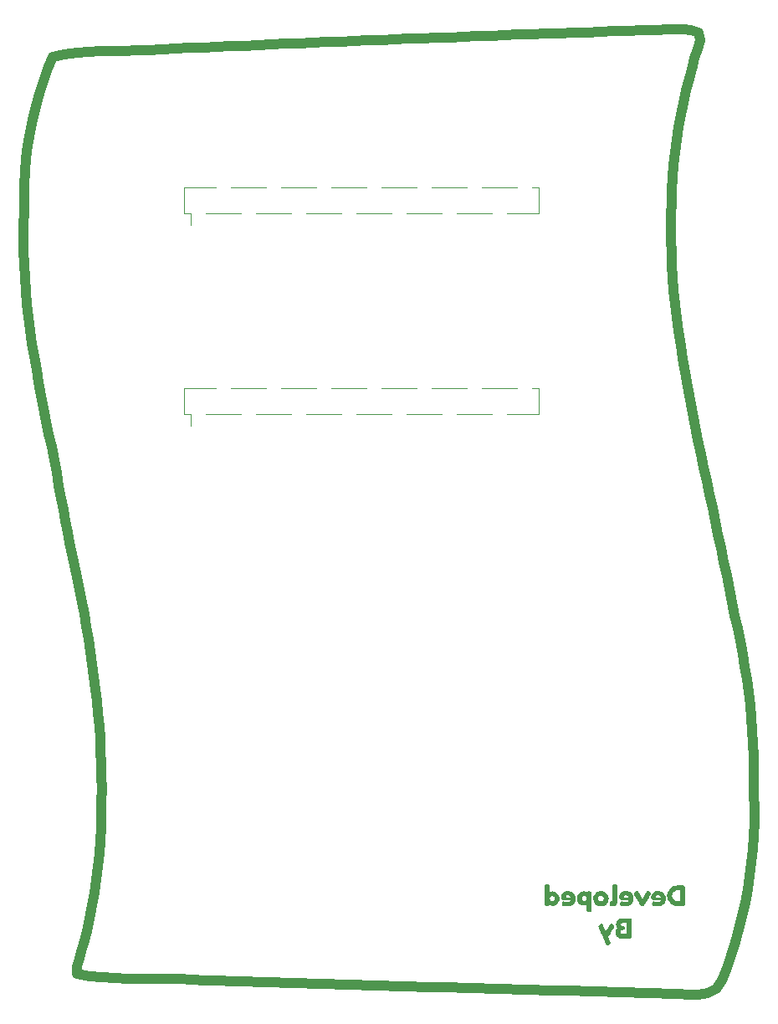
<source format=gbo>
G04 #@! TF.GenerationSoftware,KiCad,Pcbnew,6.0.0-rc1-unknown-73a0cbf~66~ubuntu16.04.1*
G04 #@! TF.CreationDate,2019-02-06T09:24:36-07:00
G04 #@! TF.ProjectId,001,3030312e-6b69-4636-9164-5f7063625858,rev?*
G04 #@! TF.SameCoordinates,Original*
G04 #@! TF.FileFunction,Legend,Bot*
G04 #@! TF.FilePolarity,Positive*
%FSLAX46Y46*%
G04 Gerber Fmt 4.6, Leading zero omitted, Abs format (unit mm)*
G04 Created by KiCad (PCBNEW 6.0.0-rc1-unknown-73a0cbf~66~ubuntu16.04.1) date 2019-02-06 09:24:36*
%MOMM*%
%LPD*%
G04 APERTURE LIST*
%ADD10C,0.100000*%
%ADD11C,1.031250*%
%ADD12C,0.120000*%
G04 APERTURE END LIST*
D10*
G36*
X161682967Y-140130165D02*
G01*
X161558084Y-140211304D01*
X161516456Y-140307965D01*
X161522100Y-140357354D01*
X161539034Y-140403920D01*
X161555967Y-140438492D01*
X161561611Y-140451898D01*
X161607825Y-140555262D01*
X161654039Y-140658626D01*
X161700253Y-140761990D01*
X161746467Y-140865354D01*
X161792681Y-140968717D01*
X161838895Y-141072081D01*
X161885109Y-141175445D01*
X161931322Y-141278809D01*
X161977536Y-141382173D01*
X162023750Y-141485537D01*
X162069964Y-141588901D01*
X162116178Y-141692265D01*
X162162392Y-141795629D01*
X162208606Y-141898992D01*
X162254820Y-142002356D01*
X162301034Y-142105720D01*
X162322200Y-142152992D01*
X162340545Y-142187565D01*
X162359595Y-142215081D01*
X162388522Y-142241187D01*
X162426622Y-142260237D01*
X162473189Y-142266587D01*
X162535984Y-142256004D01*
X162622767Y-142224254D01*
X162747650Y-142143820D01*
X162789278Y-142049276D01*
X162785045Y-142024356D01*
X162772345Y-141983479D01*
X162751178Y-141926636D01*
X162721545Y-141853831D01*
X162683445Y-141765064D01*
X162636878Y-141660334D01*
X162581845Y-141539639D01*
X162518345Y-141402981D01*
X162588547Y-141284801D01*
X162658750Y-141166620D01*
X162728953Y-141048440D01*
X162799156Y-140930259D01*
X162869359Y-140812078D01*
X162939561Y-140693898D01*
X163009764Y-140575717D01*
X163079967Y-140457537D01*
X163122300Y-140376398D01*
X163136411Y-140319248D01*
X163098311Y-140228937D01*
X162984011Y-140138626D01*
X162898639Y-140096292D01*
X162834434Y-140082181D01*
X162785750Y-140087826D01*
X162746945Y-140104759D01*
X162718017Y-140128042D01*
X162698967Y-140152737D01*
X162692843Y-140161768D01*
X162682908Y-140177601D01*
X162669192Y-140200207D01*
X162651695Y-140229620D01*
X162630387Y-140265823D01*
X162605297Y-140308820D01*
X162576412Y-140358604D01*
X162543736Y-140415181D01*
X162508679Y-140473962D01*
X162474064Y-140531775D01*
X162439887Y-140588615D01*
X162406153Y-140644486D01*
X162372859Y-140699387D01*
X162340008Y-140753320D01*
X162307595Y-140806279D01*
X162275625Y-140858270D01*
X162270150Y-140842973D01*
X162260808Y-140819634D01*
X162247572Y-140788279D01*
X162230470Y-140748900D01*
X162209472Y-140701495D01*
X162184608Y-140646067D01*
X162155858Y-140582609D01*
X162123225Y-140511128D01*
X162090682Y-140439381D01*
X162062195Y-140376545D01*
X162037754Y-140322612D01*
X162017378Y-140277589D01*
X162001065Y-140241473D01*
X161988817Y-140214267D01*
X161980604Y-140195951D01*
X161976455Y-140186553D01*
X161973464Y-140181473D01*
X161970105Y-140176139D01*
X161966408Y-140170551D01*
X161962344Y-140164680D01*
X161957942Y-140158556D01*
X161953172Y-140152178D01*
X161948064Y-140145518D01*
X161942589Y-140138603D01*
X161898844Y-140102620D01*
X161840989Y-140090625D01*
X161767611Y-140100503D01*
X161682944Y-140130136D01*
X161682967Y-140130165D01*
X161682967Y-140130165D01*
G37*
G36*
X163417177Y-140491409D02*
G01*
X163750287Y-140906947D01*
X163750304Y-140902742D01*
X163750352Y-140898594D01*
X163750437Y-140894501D01*
X163750552Y-140890466D01*
X163750722Y-140886486D01*
X163750936Y-140882563D01*
X163751173Y-140878697D01*
X163751399Y-140874887D01*
X163751659Y-140871133D01*
X163751941Y-140867436D01*
X163752223Y-140863767D01*
X163752505Y-140860155D01*
X163753070Y-140856599D01*
X163753634Y-140853128D01*
X163754199Y-140849685D01*
X163754763Y-140846298D01*
X163755327Y-140842996D01*
X163755892Y-140839722D01*
X163756456Y-140836505D01*
X163757021Y-140833344D01*
X163757585Y-140830239D01*
X163758432Y-140827191D01*
X163759279Y-140824200D01*
X163760125Y-140821265D01*
X163760972Y-140818358D01*
X163761819Y-140815536D01*
X163762665Y-140812713D01*
X163763512Y-140809891D01*
X163764359Y-140807351D01*
X163765205Y-140804811D01*
X163766334Y-140802271D01*
X163767463Y-140799731D01*
X163768592Y-140797191D01*
X163769439Y-140794651D01*
X163770285Y-140792393D01*
X163771132Y-140790136D01*
X163772261Y-140787878D01*
X163773390Y-140785620D01*
X163774519Y-140783362D01*
X163775647Y-140781105D01*
X163776776Y-140779129D01*
X163778187Y-140777153D01*
X163779599Y-140775178D01*
X163781010Y-140773202D01*
X163782421Y-140771227D01*
X163783832Y-140769251D01*
X163785243Y-140767558D01*
X163786936Y-140765865D01*
X163788630Y-140764171D01*
X163790323Y-140762478D01*
X163792016Y-140760785D01*
X163793710Y-140759091D01*
X163795403Y-140757680D01*
X163797379Y-140756269D01*
X163799354Y-140754858D01*
X163801330Y-140753447D01*
X163803305Y-140752036D01*
X163805281Y-140750625D01*
X163807256Y-140749213D01*
X163809232Y-140748085D01*
X163811490Y-140746956D01*
X163813747Y-140745827D01*
X163816005Y-140744698D01*
X163818263Y-140743569D01*
X163821819Y-140742158D01*
X163825488Y-140740747D01*
X163829241Y-140739618D01*
X163833080Y-140738489D01*
X163837003Y-140737360D01*
X163841010Y-140736231D01*
X163845102Y-140735102D01*
X163849279Y-140733973D01*
X163853569Y-140732845D01*
X163857943Y-140731716D01*
X163862403Y-140730869D01*
X163866946Y-140730022D01*
X163871575Y-140729176D01*
X163876288Y-140728329D01*
X163881086Y-140727482D01*
X163885968Y-140726636D01*
X163890935Y-140726071D01*
X163896015Y-140725507D01*
X163901180Y-140724942D01*
X163906429Y-140724378D01*
X163911763Y-140723813D01*
X163917182Y-140723249D01*
X163922685Y-140722967D01*
X163928301Y-140722702D01*
X163934002Y-140722445D01*
X163939788Y-140722162D01*
X163945658Y-140721880D01*
X163951613Y-140721623D01*
X163957653Y-140721460D01*
X163963777Y-140721378D01*
X163969986Y-140721347D01*
X163976279Y-140721341D01*
X163982573Y-140721305D01*
X163988782Y-140721194D01*
X163994878Y-140721017D01*
X164000889Y-140720777D01*
X164006787Y-140720495D01*
X164012601Y-140719930D01*
X164018302Y-140719366D01*
X164023918Y-140718801D01*
X164029422Y-140718237D01*
X164034840Y-140717390D01*
X164040146Y-140716543D01*
X164045339Y-140715697D01*
X164050447Y-140714850D01*
X164055471Y-140713721D01*
X164060381Y-140712592D01*
X164065179Y-140711463D01*
X164069892Y-140710052D01*
X164074521Y-140708641D01*
X164079036Y-140707230D01*
X164083439Y-140705819D01*
X164087729Y-140704126D01*
X164091934Y-140702432D01*
X164096054Y-140700739D01*
X164100090Y-140699046D01*
X164104041Y-140697070D01*
X164107851Y-140695095D01*
X164111548Y-140693119D01*
X164115161Y-140690861D01*
X164118689Y-140688603D01*
X164122103Y-140686346D01*
X164125434Y-140684088D01*
X164128651Y-140681548D01*
X164131784Y-140679008D01*
X164134803Y-140676186D01*
X164137739Y-140673335D01*
X164140561Y-140670315D01*
X164143383Y-140667126D01*
X164145923Y-140663768D01*
X164148463Y-140660268D01*
X164151003Y-140656599D01*
X164153261Y-140652761D01*
X164155519Y-140648782D01*
X164157776Y-140644633D01*
X164159752Y-140640315D01*
X164161727Y-140635856D01*
X164163703Y-140631228D01*
X164165396Y-140626430D01*
X164167090Y-140621491D01*
X164168501Y-140616411D01*
X164169912Y-140611133D01*
X164171323Y-140605687D01*
X164172452Y-140600099D01*
X164173581Y-140594341D01*
X164174710Y-140588443D01*
X164175556Y-140582375D01*
X164176403Y-140576166D01*
X164177250Y-140569788D01*
X164177814Y-140563240D01*
X164178379Y-140556552D01*
X164178661Y-140549694D01*
X164178912Y-140542666D01*
X164179191Y-140535498D01*
X164179414Y-140528160D01*
X164179507Y-140520653D01*
X164179457Y-140512977D01*
X164179301Y-140505469D01*
X164179039Y-140498132D01*
X164178757Y-140490963D01*
X164178192Y-140483964D01*
X164177628Y-140477106D01*
X164177063Y-140470417D01*
X164176499Y-140463898D01*
X164175652Y-140457520D01*
X164174806Y-140451339D01*
X164173677Y-140445328D01*
X164172548Y-140439458D01*
X164171137Y-140433757D01*
X164169726Y-140428225D01*
X164168315Y-140422863D01*
X164166903Y-140417670D01*
X164165210Y-140412618D01*
X164163517Y-140407764D01*
X164161823Y-140403079D01*
X164159848Y-140398564D01*
X164157872Y-140394217D01*
X164155615Y-140390012D01*
X164153357Y-140385977D01*
X164151099Y-140382110D01*
X164148559Y-140378385D01*
X164146019Y-140374829D01*
X164143479Y-140371442D01*
X164140657Y-140368225D01*
X164137835Y-140365177D01*
X164134899Y-140362298D01*
X164131880Y-140359476D01*
X164128747Y-140356936D01*
X164125360Y-140354396D01*
X164121804Y-140352138D01*
X164118107Y-140349880D01*
X164114297Y-140347623D01*
X164110346Y-140345365D01*
X164106254Y-140343389D01*
X164102049Y-140341414D01*
X164097703Y-140339438D01*
X164093215Y-140337745D01*
X164088615Y-140336051D01*
X164083874Y-140334358D01*
X164079019Y-140332665D01*
X164074024Y-140331254D01*
X164068888Y-140329843D01*
X164063610Y-140328431D01*
X164058191Y-140327020D01*
X164052660Y-140325891D01*
X164046987Y-140324763D01*
X164041202Y-140323634D01*
X164035275Y-140322787D01*
X164029235Y-140321940D01*
X164023027Y-140321094D01*
X164016677Y-140320247D01*
X164010214Y-140319683D01*
X164003638Y-140319118D01*
X163996921Y-140318554D01*
X163990063Y-140317989D01*
X163983092Y-140317425D01*
X163975980Y-140317143D01*
X163968727Y-140316976D01*
X163961333Y-140316914D01*
X163953797Y-140316905D01*
X163946827Y-140316852D01*
X163940025Y-140316694D01*
X163933421Y-140316429D01*
X163926986Y-140316146D01*
X163920721Y-140315582D01*
X163914625Y-140315017D01*
X163908727Y-140314171D01*
X163902997Y-140313324D01*
X163897466Y-140312195D01*
X163892075Y-140311066D01*
X163886854Y-140309937D01*
X163881831Y-140308526D01*
X163876977Y-140307115D01*
X163872292Y-140305422D01*
X163867804Y-140303729D01*
X163863486Y-140302035D01*
X163859338Y-140300060D01*
X163855358Y-140298084D01*
X163851577Y-140295826D01*
X163847964Y-140293569D01*
X163844521Y-140291311D01*
X163841247Y-140288771D01*
X163838171Y-140286231D01*
X163835264Y-140283409D01*
X163832442Y-140280586D01*
X163829902Y-140277623D01*
X163827644Y-140274547D01*
X163825386Y-140271358D01*
X163823411Y-140268056D01*
X163821435Y-140264641D01*
X163819742Y-140261113D01*
X163818331Y-140257472D01*
X163817766Y-140255497D01*
X163817202Y-140253521D01*
X163816637Y-140251263D01*
X163816355Y-140249006D01*
X163815791Y-140246748D01*
X163815509Y-140244490D01*
X163814944Y-140241950D01*
X163814662Y-140239410D01*
X163814380Y-140236870D01*
X163814097Y-140234330D01*
X163813815Y-140231508D01*
X163813556Y-140228686D01*
X163813299Y-140225779D01*
X163813017Y-140222787D01*
X163812734Y-140219739D01*
X163812477Y-140216607D01*
X163812266Y-140213389D01*
X163812054Y-140210087D01*
X163811842Y-140206729D01*
X163811631Y-140203286D01*
X163811425Y-140199758D01*
X163811244Y-140196174D01*
X163811114Y-140192505D01*
X163811066Y-140188751D01*
X163811021Y-140184913D01*
X163810925Y-140180990D01*
X163810829Y-140177011D01*
X163810784Y-140172947D01*
X163810764Y-140168798D01*
X163810716Y-140164593D01*
X163810671Y-140160303D01*
X163810652Y-140155929D01*
X163810699Y-140151554D01*
X163810852Y-140147265D01*
X163811114Y-140143059D01*
X163811397Y-140138939D01*
X163811961Y-140134903D01*
X163812525Y-140130952D01*
X163813090Y-140127086D01*
X163813937Y-140123304D01*
X163814783Y-140119607D01*
X163815630Y-140115994D01*
X163816477Y-140112438D01*
X163817605Y-140108967D01*
X163818734Y-140105609D01*
X163819863Y-140102307D01*
X163821274Y-140099089D01*
X163822685Y-140095957D01*
X163824097Y-140092909D01*
X163825790Y-140089945D01*
X163827483Y-140087067D01*
X163829177Y-140084244D01*
X163831152Y-140081422D01*
X163833128Y-140078882D01*
X163835103Y-140076342D01*
X163837361Y-140073802D01*
X163839619Y-140071544D01*
X163841877Y-140069287D01*
X163844417Y-140067029D01*
X163846957Y-140064771D01*
X163849497Y-140062795D01*
X163852319Y-140060820D01*
X163855169Y-140058844D01*
X163858104Y-140057151D01*
X163860983Y-140055458D01*
X163863946Y-140053764D01*
X163866994Y-140052071D01*
X163870155Y-140050378D01*
X163873373Y-140048967D01*
X163876703Y-140047555D01*
X163880146Y-140046144D01*
X163883674Y-140044733D01*
X163887286Y-140043322D01*
X163890983Y-140042193D01*
X163894793Y-140041064D01*
X163898716Y-140039935D01*
X163902695Y-140038807D01*
X163906788Y-140037678D01*
X163910965Y-140036831D01*
X163915226Y-140035984D01*
X163919601Y-140035138D01*
X163924060Y-140034291D01*
X163928603Y-140033444D01*
X163933260Y-140032880D01*
X163938001Y-140032315D01*
X163942856Y-140031751D01*
X163947795Y-140031187D01*
X163952818Y-140030622D01*
X163957926Y-140030340D01*
X163963147Y-140030058D01*
X163968453Y-140029775D01*
X163973844Y-140029516D01*
X163979319Y-140029310D01*
X163984907Y-140029129D01*
X163990579Y-140028999D01*
X163996365Y-140028951D01*
X164008726Y-140028951D01*
X164021059Y-140028951D01*
X164033421Y-140028951D01*
X164045782Y-140028951D01*
X164058143Y-140028951D01*
X164070505Y-140028951D01*
X164082838Y-140028951D01*
X164095199Y-140028951D01*
X164107561Y-140028951D01*
X164119922Y-140028951D01*
X164132283Y-140028951D01*
X164144616Y-140028951D01*
X164156978Y-140028951D01*
X164169339Y-140028951D01*
X164181700Y-140028951D01*
X164194062Y-140028951D01*
X164206395Y-140028951D01*
X164218756Y-140028951D01*
X164231117Y-140028951D01*
X164243479Y-140028951D01*
X164255840Y-140028951D01*
X164268173Y-140028951D01*
X164280535Y-140028951D01*
X164292896Y-140028951D01*
X164305257Y-140028951D01*
X164317619Y-140028951D01*
X164329952Y-140028951D01*
X164342313Y-140028951D01*
X164354674Y-140028951D01*
X164367036Y-140028951D01*
X164379397Y-140028951D01*
X164391730Y-140028951D01*
X164391730Y-140062378D01*
X164391730Y-140095804D01*
X164391730Y-140129228D01*
X164391730Y-140162654D01*
X164391730Y-140196080D01*
X164391730Y-140229507D01*
X164391730Y-140262930D01*
X164391730Y-140296357D01*
X164391730Y-140329783D01*
X164391730Y-140363210D01*
X164391730Y-140396633D01*
X164391730Y-140430060D01*
X164391730Y-140463486D01*
X164391730Y-140496912D01*
X164391730Y-140530336D01*
X164391730Y-140563762D01*
X164391730Y-140597189D01*
X164391730Y-140630615D01*
X164391730Y-140664039D01*
X164391730Y-140697465D01*
X164391730Y-140730892D01*
X164391730Y-140764318D01*
X164391730Y-140797742D01*
X164391730Y-140831168D01*
X164391730Y-140864594D01*
X164391730Y-140898018D01*
X164391730Y-140931444D01*
X164391730Y-140964871D01*
X164391730Y-140998297D01*
X164391730Y-141031724D01*
X164391730Y-141065147D01*
X164391730Y-141098574D01*
X164377280Y-141098574D01*
X164362831Y-141098574D01*
X164348381Y-141098574D01*
X164333903Y-141098574D01*
X164319453Y-141098574D01*
X164305003Y-141098574D01*
X164290525Y-141098574D01*
X164276075Y-141098574D01*
X164261626Y-141098574D01*
X164247176Y-141098574D01*
X164232698Y-141098574D01*
X164218248Y-141098574D01*
X164203798Y-141098574D01*
X164189349Y-141098574D01*
X164174871Y-141098574D01*
X164160421Y-141098574D01*
X164145971Y-141098574D01*
X164131493Y-141098574D01*
X164117043Y-141098574D01*
X164102593Y-141098574D01*
X164088144Y-141098574D01*
X164073666Y-141098574D01*
X164059216Y-141098574D01*
X164044766Y-141098574D01*
X164030288Y-141098574D01*
X164015838Y-141098574D01*
X164001389Y-141098574D01*
X163986939Y-141098574D01*
X163972461Y-141098574D01*
X163958011Y-141098574D01*
X163943561Y-141098574D01*
X163929083Y-141098574D01*
X163918133Y-141098368D01*
X163907550Y-141097803D01*
X163897305Y-141096956D01*
X163887399Y-141095828D01*
X163877832Y-141094134D01*
X163868631Y-141092159D01*
X163859769Y-141089619D01*
X163851275Y-141086796D01*
X163843118Y-141083607D01*
X163835301Y-141080051D01*
X163827822Y-141076128D01*
X163820710Y-141071839D01*
X163813937Y-141067154D01*
X163807502Y-141062102D01*
X163801434Y-141056655D01*
X163795705Y-141050841D01*
X163790343Y-141044661D01*
X163785319Y-141038113D01*
X163780634Y-141031170D01*
X163776288Y-141023861D01*
X163772281Y-141016184D01*
X163768640Y-141008113D01*
X163765338Y-140999674D01*
X163762403Y-140990869D01*
X163759863Y-140981697D01*
X163757605Y-140972130D01*
X163755629Y-140962195D01*
X163753936Y-140951894D01*
X163752807Y-140941198D01*
X163751961Y-140930135D01*
X163751396Y-140918705D01*
X163751213Y-140906908D01*
X163751049Y-140906984D01*
X163750885Y-140907058D01*
X163750724Y-140907134D01*
X163750287Y-140906947D01*
X163417177Y-140491409D01*
X163378152Y-140541549D01*
X163344327Y-140593187D01*
X163315710Y-140646324D01*
X163292286Y-140700959D01*
X163274082Y-140757096D01*
X163261072Y-140814731D01*
X163253282Y-140873865D01*
X163250742Y-140934498D01*
X163255032Y-141003642D01*
X163265051Y-141069965D01*
X163280799Y-141133465D01*
X163302276Y-141194142D01*
X163329482Y-141251998D01*
X163362421Y-141307031D01*
X163401096Y-141359242D01*
X163445501Y-141408631D01*
X163493346Y-141452949D01*
X163543748Y-141491359D01*
X163596710Y-141523857D01*
X163652229Y-141550442D01*
X163710305Y-141571129D01*
X163770937Y-141585918D01*
X163834130Y-141594779D01*
X163899879Y-141597743D01*
X163992659Y-141597743D01*
X164085440Y-141597743D01*
X164178221Y-141597743D01*
X164271001Y-141597743D01*
X164363782Y-141597743D01*
X164456562Y-141597743D01*
X164549343Y-141597743D01*
X164642123Y-141597743D01*
X164688955Y-141596049D01*
X164730671Y-141591026D01*
X164767272Y-141582644D01*
X164798757Y-141570903D01*
X164825116Y-141555833D01*
X164846368Y-141537404D01*
X164862511Y-141515616D01*
X164873546Y-141490470D01*
X164877525Y-141477685D01*
X164880968Y-141463320D01*
X164883875Y-141447347D01*
X164886133Y-141429792D01*
X164888108Y-141410658D01*
X164889519Y-141389943D01*
X164890366Y-141367619D01*
X164890631Y-141343715D01*
X164890631Y-141319246D01*
X164890631Y-141294777D01*
X164890631Y-141270309D01*
X164890631Y-141245840D01*
X164890631Y-141221371D01*
X164890631Y-141196903D01*
X164890631Y-141172434D01*
X164890631Y-141147965D01*
X164890631Y-141123497D01*
X164890631Y-141099028D01*
X164890631Y-141074559D01*
X164890631Y-141050091D01*
X164890631Y-141025622D01*
X164890631Y-141001153D01*
X164890631Y-140976685D01*
X164890631Y-140952216D01*
X164890631Y-140927747D01*
X164890631Y-140903279D01*
X164890631Y-140878810D01*
X164890631Y-140854341D01*
X164890631Y-140829873D01*
X164890631Y-140805404D01*
X164890631Y-140780935D01*
X164890631Y-140756467D01*
X164890631Y-140731998D01*
X164890631Y-140707529D01*
X164890631Y-140683061D01*
X164890631Y-140658592D01*
X164890631Y-140634123D01*
X164890631Y-140609655D01*
X164890631Y-140585186D01*
X164890631Y-140560717D01*
X164890631Y-140536249D01*
X164890631Y-140511780D01*
X164890631Y-140487311D01*
X164890631Y-140462843D01*
X164890631Y-140438374D01*
X164890631Y-140413905D01*
X164890631Y-140389437D01*
X164890631Y-140364968D01*
X164890631Y-140340499D01*
X164890631Y-140316031D01*
X164890631Y-140291562D01*
X164890631Y-140267093D01*
X164890631Y-140242625D01*
X164890631Y-140218156D01*
X164890631Y-140193687D01*
X164890631Y-140169219D01*
X164890631Y-140144750D01*
X164890631Y-140120281D01*
X164890631Y-140095813D01*
X164890631Y-140071344D01*
X164890631Y-140046875D01*
X164890631Y-140022407D01*
X164890631Y-139997938D01*
X164890631Y-139973469D01*
X164890631Y-139949001D01*
X164890631Y-139924532D01*
X164890631Y-139900063D01*
X164890631Y-139875595D01*
X164890631Y-139851126D01*
X164890631Y-139826657D01*
X164890631Y-139802189D01*
X164890631Y-139777720D01*
X164890631Y-139775744D01*
X164890628Y-139773769D01*
X164890626Y-139771793D01*
X164890620Y-139769818D01*
X164890614Y-139767842D01*
X164890606Y-139765867D01*
X164890597Y-139763891D01*
X164890586Y-139761915D01*
X164890575Y-139759940D01*
X164890564Y-139757964D01*
X164890547Y-139755989D01*
X164890533Y-139754013D01*
X164890516Y-139752038D01*
X164890496Y-139750062D01*
X164890476Y-139748087D01*
X164890453Y-139746111D01*
X164890431Y-139744418D01*
X164890408Y-139742724D01*
X164890383Y-139741031D01*
X164890355Y-139739338D01*
X164890326Y-139737644D01*
X164890298Y-139735951D01*
X164890267Y-139734258D01*
X164890233Y-139732564D01*
X164890199Y-139730871D01*
X164890166Y-139729178D01*
X164890129Y-139727484D01*
X164890092Y-139725791D01*
X164890053Y-139724098D01*
X164890010Y-139722404D01*
X164889968Y-139720711D01*
X164889926Y-139719300D01*
X164889881Y-139717889D01*
X164889835Y-139716478D01*
X164889787Y-139715067D01*
X164889739Y-139713655D01*
X164889689Y-139712244D01*
X164889635Y-139710833D01*
X164889584Y-139709422D01*
X164889528Y-139708011D01*
X164889474Y-139706600D01*
X164889415Y-139705189D01*
X164889358Y-139703778D01*
X164889296Y-139702367D01*
X164889237Y-139700955D01*
X164889172Y-139699544D01*
X164889110Y-139698133D01*
X164889042Y-139697004D01*
X164888977Y-139695875D01*
X164888910Y-139694747D01*
X164888839Y-139693618D01*
X164888769Y-139692489D01*
X164888695Y-139691360D01*
X164888622Y-139690231D01*
X164888546Y-139689102D01*
X164888469Y-139687973D01*
X164888393Y-139686844D01*
X164888314Y-139685715D01*
X164888232Y-139684587D01*
X164888151Y-139683458D01*
X164888069Y-139682329D01*
X164887984Y-139681200D01*
X164887897Y-139680071D01*
X164887809Y-139679224D01*
X164886116Y-139671294D01*
X164883858Y-139662997D01*
X164881036Y-139654361D01*
X164877762Y-139645358D01*
X164873980Y-139636016D01*
X164869662Y-139626308D01*
X164864808Y-139616261D01*
X164859418Y-139605847D01*
X164847338Y-139587982D01*
X164830857Y-139572516D01*
X164809944Y-139559421D01*
X164784629Y-139548697D01*
X164754908Y-139540371D01*
X164720776Y-139534416D01*
X164682236Y-139530832D01*
X164639284Y-139529703D01*
X164550384Y-139529703D01*
X164461484Y-139529703D01*
X164372584Y-139529703D01*
X164283684Y-139529703D01*
X164194784Y-139529703D01*
X164105884Y-139529703D01*
X164016984Y-139529703D01*
X163928084Y-139529703D01*
X163864497Y-139532525D01*
X163803554Y-139540992D01*
X163745258Y-139555103D01*
X163689606Y-139574859D01*
X163636602Y-139600259D01*
X163586243Y-139631303D01*
X163538530Y-139667992D01*
X163493462Y-139710325D01*
X163450468Y-139757332D01*
X163413204Y-139806634D01*
X163381677Y-139858227D01*
X163355881Y-139912114D01*
X163335815Y-139968293D01*
X163321479Y-140026767D01*
X163312871Y-140087532D01*
X163309992Y-140150592D01*
X163311685Y-140196673D01*
X163316709Y-140241786D01*
X163325091Y-140285926D01*
X163336831Y-140329097D01*
X163351902Y-140371298D01*
X163370331Y-140412531D01*
X163392119Y-140452790D01*
X163417265Y-140492081D01*
X163417177Y-140491409D01*
X163417177Y-140491409D01*
G37*
G36*
X156568554Y-136181387D02*
G01*
X156605423Y-137558512D01*
X156605146Y-137547280D01*
X156605412Y-137535709D01*
X156606258Y-137524222D01*
X156607670Y-137512849D01*
X156609645Y-137501588D01*
X156611903Y-137490440D01*
X156614810Y-137479405D01*
X156618253Y-137468483D01*
X156622232Y-137457674D01*
X156626720Y-137446978D01*
X156631743Y-137436395D01*
X156637303Y-137425924D01*
X156643399Y-137415538D01*
X156650003Y-137405294D01*
X156657143Y-137395134D01*
X156664820Y-137385087D01*
X156673032Y-137375152D01*
X156681442Y-137365670D01*
X156690107Y-137356695D01*
X156699081Y-137348313D01*
X156708479Y-137340552D01*
X156718272Y-137333440D01*
X156728461Y-137326949D01*
X156739016Y-137321079D01*
X156749938Y-137315829D01*
X156761227Y-137311201D01*
X156772911Y-137307193D01*
X156784962Y-137303807D01*
X156797379Y-137300984D01*
X156810192Y-137298727D01*
X156823372Y-137297316D01*
X156836919Y-137296469D01*
X156850832Y-137296187D01*
X156864774Y-137296469D01*
X156878349Y-137297316D01*
X156891585Y-137298727D01*
X156904454Y-137300984D01*
X156916985Y-137303807D01*
X156929149Y-137307222D01*
X156940974Y-137311257D01*
X156952432Y-137315886D01*
X156963552Y-137321135D01*
X156974304Y-137327005D01*
X156984718Y-137333496D01*
X156994766Y-137340608D01*
X157004474Y-137348313D01*
X157013816Y-137356639D01*
X157022818Y-137365585D01*
X157031454Y-137375152D01*
X157039554Y-137384833D01*
X157047231Y-137394541D01*
X157054427Y-137404362D01*
X157061088Y-137414325D01*
X157067184Y-137424428D01*
X157072744Y-137434673D01*
X157077767Y-137445059D01*
X157082254Y-137455586D01*
X157086234Y-137466226D01*
X157089677Y-137477006D01*
X157092584Y-137487928D01*
X157094842Y-137498963D01*
X157096817Y-137510139D01*
X157098228Y-137521456D01*
X157099075Y-137532886D01*
X157099340Y-137544458D01*
X157099069Y-137556029D01*
X157098223Y-137567459D01*
X157096811Y-137578776D01*
X157094836Y-137589952D01*
X157092296Y-137600987D01*
X157089135Y-137611909D01*
X157085438Y-137622690D01*
X157081148Y-137633358D01*
X157076266Y-137643884D01*
X157070819Y-137654270D01*
X157064807Y-137664515D01*
X157058232Y-137674647D01*
X157051063Y-137684637D01*
X157043330Y-137694487D01*
X157035005Y-137704195D01*
X157026115Y-137713791D01*
X157026109Y-137713791D01*
X157026104Y-137713791D01*
X157026101Y-137713791D01*
X157025850Y-137713819D01*
X157016564Y-137723048D01*
X157007025Y-137731684D01*
X156997232Y-137739727D01*
X156987213Y-137747178D01*
X156976969Y-137754036D01*
X156966470Y-137760301D01*
X156955717Y-137765946D01*
X156944711Y-137770997D01*
X156933478Y-137775456D01*
X156921992Y-137779323D01*
X156910280Y-137782597D01*
X156898313Y-137785137D01*
X156886093Y-137787112D01*
X156873647Y-137788523D01*
X156860947Y-137789370D01*
X156848021Y-137789652D01*
X156835096Y-137789370D01*
X156822480Y-137788523D01*
X156810147Y-137787112D01*
X156798096Y-137785137D01*
X156786328Y-137782597D01*
X156774841Y-137779323D01*
X156763665Y-137775428D01*
X156752771Y-137770941D01*
X156742160Y-137765889D01*
X156731830Y-137760245D01*
X156721783Y-137753979D01*
X156712018Y-137747121D01*
X156702564Y-137739699D01*
X156693392Y-137731656D01*
X156684502Y-137723020D01*
X156675894Y-137713791D01*
X156667456Y-137704111D01*
X156659469Y-137694430D01*
X156651962Y-137684694D01*
X156645019Y-137674816D01*
X156638669Y-137664797D01*
X156632883Y-137654665D01*
X156627634Y-137644421D01*
X156622949Y-137634063D01*
X156618829Y-137623593D01*
X156615244Y-137613009D01*
X156612196Y-137602313D01*
X156609656Y-137591532D01*
X156607681Y-137580638D01*
X156606270Y-137569632D01*
X156605423Y-137558512D01*
X156568554Y-136181387D01*
X156555317Y-136161806D01*
X156538215Y-136145404D01*
X156517217Y-136132176D01*
X156492354Y-136122120D01*
X156463426Y-136114712D01*
X156430265Y-136109420D01*
X156392870Y-136106245D01*
X156351242Y-136105173D01*
X156308379Y-136106245D01*
X156270104Y-136109420D01*
X156236412Y-136114712D01*
X156207309Y-136122120D01*
X156182615Y-136132176D01*
X156162154Y-136145404D01*
X156145926Y-136161806D01*
X156133931Y-136181387D01*
X156123884Y-136202023D01*
X156116292Y-136221604D01*
X156111184Y-136240123D01*
X156108644Y-136257587D01*
X156106104Y-136275226D01*
X156104411Y-136297098D01*
X156103282Y-136323204D01*
X156103000Y-136353542D01*
X156103000Y-136774759D01*
X156103000Y-137195976D01*
X156103000Y-137617192D01*
X156103000Y-138038409D01*
X156103282Y-138068923D01*
X156104411Y-138095565D01*
X156106104Y-138118312D01*
X156108644Y-138137193D01*
X156111184Y-138153251D01*
X156116292Y-138170354D01*
X156123884Y-138188529D01*
X156133931Y-138207748D01*
X156164798Y-138241087D01*
X156215070Y-138264907D01*
X156284742Y-138279187D01*
X156373820Y-138283957D01*
X156460426Y-138275321D01*
X156525515Y-138249384D01*
X156569081Y-138206168D01*
X156591123Y-138145668D01*
X156656212Y-138204934D01*
X156732940Y-138247268D01*
X156821309Y-138272668D01*
X156921323Y-138281134D01*
X157045501Y-138267362D01*
X157164034Y-138226087D01*
X157276923Y-138157295D01*
X157384167Y-138060987D01*
X157475537Y-137945098D01*
X157540801Y-137820392D01*
X157579959Y-137686867D01*
X157592998Y-137544520D01*
X157579959Y-137400940D01*
X157540801Y-137266531D01*
X157475537Y-137141295D01*
X157384167Y-137025231D01*
X157275865Y-136927690D01*
X157162623Y-136858015D01*
X157044442Y-136816212D01*
X156921323Y-136802270D01*
X156822720Y-136811075D01*
X156735762Y-136837520D01*
X156660442Y-136881617D01*
X156596767Y-136943353D01*
X156596767Y-136795186D01*
X156596767Y-136647020D01*
X156596767Y-136498853D01*
X156596767Y-136350686D01*
X156596590Y-136320347D01*
X156596025Y-136294242D01*
X156595178Y-136272370D01*
X156594050Y-136254731D01*
X156590352Y-136237445D01*
X156584877Y-136219453D01*
X156577652Y-136200756D01*
X156568650Y-136181353D01*
X156568554Y-136181387D01*
X156568554Y-136181387D01*
G37*
G36*
X157746168Y-137366720D02*
G01*
X157751643Y-137447331D01*
X158341705Y-137448657D01*
X158328723Y-137448375D01*
X158316587Y-137447246D01*
X158305270Y-137445553D01*
X158294800Y-137443013D01*
X158285148Y-137439880D01*
X158276342Y-137435985D01*
X158268384Y-137431385D01*
X158261272Y-137426079D01*
X158254978Y-137420068D01*
X158249531Y-137413351D01*
X158244931Y-137405957D01*
X158241149Y-137397857D01*
X158238214Y-137389052D01*
X158236239Y-137379513D01*
X158235110Y-137369268D01*
X158234827Y-137358346D01*
X158235036Y-137350331D01*
X158235601Y-137342513D01*
X158236730Y-137334893D01*
X158238141Y-137327471D01*
X158239834Y-137320246D01*
X158242092Y-137313219D01*
X158244632Y-137306389D01*
X158247623Y-137299757D01*
X158251010Y-137293322D01*
X158254792Y-137287085D01*
X158258969Y-137281045D01*
X158263541Y-137275203D01*
X158268508Y-137269559D01*
X158273870Y-137264140D01*
X158279627Y-137258919D01*
X158285780Y-137253896D01*
X158292017Y-137249211D01*
X158298536Y-137244723D01*
X158305366Y-137240490D01*
X158312563Y-137236595D01*
X158320154Y-137233039D01*
X158328085Y-137229794D01*
X158336382Y-137226859D01*
X158345018Y-137224319D01*
X158354021Y-137222061D01*
X158363363Y-137220085D01*
X158373071Y-137218392D01*
X158383118Y-137216981D01*
X158393532Y-137215852D01*
X158404285Y-137215005D01*
X158415404Y-137214441D01*
X158426863Y-137214277D01*
X158438152Y-137214560D01*
X158449440Y-137215406D01*
X158460729Y-137216817D01*
X158472018Y-137218793D01*
X158483307Y-137221333D01*
X158494596Y-137224607D01*
X158505885Y-137228501D01*
X158517174Y-137232989D01*
X158528463Y-137238040D01*
X158539752Y-137243685D01*
X158551040Y-137249950D01*
X158562329Y-137256808D01*
X158573618Y-137264259D01*
X158584907Y-137272302D01*
X158596196Y-137280938D01*
X158607485Y-137290167D01*
X158618322Y-137299508D01*
X158628567Y-137308794D01*
X158638162Y-137318107D01*
X158647024Y-137327561D01*
X158655152Y-137337129D01*
X158662546Y-137346781D01*
X158669263Y-137356517D01*
X158675275Y-137366367D01*
X158680580Y-137376301D01*
X158685152Y-137386320D01*
X158689047Y-137396424D01*
X158692208Y-137406612D01*
X158694748Y-137416885D01*
X158696441Y-137427242D01*
X158697570Y-137437684D01*
X158697852Y-137448211D01*
X158675642Y-137448211D01*
X158653402Y-137448211D01*
X158631192Y-137448211D01*
X158608952Y-137448211D01*
X158586742Y-137448211D01*
X158564502Y-137448211D01*
X158542263Y-137448211D01*
X158520052Y-137448211D01*
X158497813Y-137448211D01*
X158475602Y-137448211D01*
X158453363Y-137448211D01*
X158431152Y-137448211D01*
X158408942Y-137448237D01*
X158386731Y-137448259D01*
X158364520Y-137448285D01*
X158341705Y-137448657D01*
X157751643Y-137447331D01*
X157768040Y-137517003D01*
X157795388Y-137575742D01*
X157833663Y-137623542D01*
X157877229Y-137659350D01*
X157923268Y-137684920D01*
X157971774Y-137700272D01*
X158022752Y-137705381D01*
X158189968Y-137705381D01*
X158357185Y-137705381D01*
X158524402Y-137705381D01*
X158691618Y-137705381D01*
X158685804Y-137743306D01*
X158668335Y-137778053D01*
X158639229Y-137809628D01*
X158598485Y-137838025D01*
X158551918Y-137861478D01*
X158505352Y-137878242D01*
X158458785Y-137888289D01*
X158412218Y-137891647D01*
X158334785Y-137889672D01*
X158266168Y-137883322D01*
X158206371Y-137872738D01*
X158155396Y-137857922D01*
X158147635Y-137855100D01*
X158139874Y-137852277D01*
X158132113Y-137849455D01*
X158124352Y-137846633D01*
X158091896Y-137833058D01*
X158062263Y-137823350D01*
X158035452Y-137817536D01*
X158011463Y-137815560D01*
X157967893Y-137823491D01*
X157927502Y-137847310D01*
X157890282Y-137886999D01*
X157856240Y-137942560D01*
X157840182Y-137979249D01*
X157828724Y-138013116D01*
X157821838Y-138044160D01*
X157819580Y-138072382D01*
X157857149Y-138182274D01*
X157969863Y-138260766D01*
X158157716Y-138307863D01*
X158420713Y-138323555D01*
X158522313Y-138319152D01*
X158618269Y-138305916D01*
X158708580Y-138283874D01*
X158793246Y-138253005D01*
X158869269Y-138213494D01*
X158936474Y-138168338D01*
X158994857Y-138117538D01*
X159044424Y-138061094D01*
X159122210Y-137943444D01*
X159177774Y-137819088D01*
X159211110Y-137688033D01*
X159222230Y-137550271D01*
X159207949Y-137381469D01*
X159165088Y-137230655D01*
X159093649Y-137097832D01*
X158993638Y-136983005D01*
X158870872Y-136889166D01*
X158733994Y-136822138D01*
X158583005Y-136781921D01*
X158417905Y-136768516D01*
X158234813Y-136785788D01*
X158077827Y-136837646D01*
X157946947Y-136924077D01*
X157842172Y-137045079D01*
X157800191Y-137120221D01*
X157770205Y-137198891D01*
X157752227Y-137281088D01*
X157746216Y-137366813D01*
X157746168Y-137366720D01*
X157746168Y-137366720D01*
G37*
G36*
X160822478Y-138690342D02*
G01*
X160312293Y-137440868D01*
X160316103Y-137451338D01*
X160319405Y-137461922D01*
X160322228Y-137472590D01*
X160324485Y-137483371D01*
X160326179Y-137494264D01*
X160327308Y-137505271D01*
X160328154Y-137516391D01*
X160328408Y-137527623D01*
X160328146Y-137538855D01*
X160327299Y-137549975D01*
X160326170Y-137560982D01*
X160324477Y-137571875D01*
X160322219Y-137582685D01*
X160319397Y-137593353D01*
X160316095Y-137603908D01*
X160312285Y-137614378D01*
X160307967Y-137624736D01*
X160303141Y-137634980D01*
X160297807Y-137645112D01*
X160291965Y-137655131D01*
X160285615Y-137665037D01*
X160278757Y-137674830D01*
X160271419Y-137684510D01*
X160263573Y-137694078D01*
X160255191Y-137703165D01*
X160246301Y-137711463D01*
X160237044Y-137719111D01*
X160227590Y-137726223D01*
X160217938Y-137732799D01*
X160208032Y-137738810D01*
X160197844Y-137744257D01*
X160187402Y-137749111D01*
X160176677Y-137753401D01*
X160165699Y-137757126D01*
X160154466Y-137760287D01*
X160142952Y-137762827D01*
X160131183Y-137764803D01*
X160119160Y-137766214D01*
X160106855Y-137767060D01*
X160094296Y-137767343D01*
X160081371Y-137767072D01*
X160068727Y-137766225D01*
X160056338Y-137764814D01*
X160044202Y-137762838D01*
X160032349Y-137760298D01*
X160020749Y-137757137D01*
X160009404Y-137753440D01*
X159998341Y-137749151D01*
X159987532Y-137744296D01*
X159977005Y-137738849D01*
X159966732Y-137732838D01*
X159956713Y-137726234D01*
X159946976Y-137719066D01*
X159937494Y-137711333D01*
X159928293Y-137703035D01*
X159919347Y-137694145D01*
X159910570Y-137684804D01*
X159902244Y-137675406D01*
X159894455Y-137665895D01*
X159887258Y-137656215D01*
X159880682Y-137646337D01*
X159874671Y-137636318D01*
X159869224Y-137626158D01*
X159864370Y-137615829D01*
X159860080Y-137605330D01*
X159856355Y-137594690D01*
X159853194Y-137583909D01*
X159850654Y-137572959D01*
X159848678Y-137561868D01*
X159847267Y-137550607D01*
X159846421Y-137539205D01*
X159846138Y-137527634D01*
X159846404Y-137516063D01*
X159847250Y-137504661D01*
X159848662Y-137493401D01*
X159850637Y-137482309D01*
X159852895Y-137471359D01*
X159855802Y-137460578D01*
X159859245Y-137449939D01*
X159863224Y-137439468D01*
X159867712Y-137429139D01*
X159872735Y-137418951D01*
X159878295Y-137408932D01*
X159884391Y-137399082D01*
X159890995Y-137389374D01*
X159898135Y-137379835D01*
X159905812Y-137370437D01*
X159914024Y-137361180D01*
X159922745Y-137352036D01*
X159931691Y-137343400D01*
X159940920Y-137335328D01*
X159950516Y-137327849D01*
X159960478Y-137321019D01*
X159970751Y-137314754D01*
X159981362Y-137309110D01*
X159992313Y-137304058D01*
X160003602Y-137299599D01*
X160015201Y-137295732D01*
X160027139Y-137292459D01*
X160039416Y-137289919D01*
X160052003Y-137287943D01*
X160064928Y-137286532D01*
X160078193Y-137285685D01*
X160091796Y-137285403D01*
X160105032Y-137285685D01*
X160117930Y-137286532D01*
X160130517Y-137287943D01*
X160142765Y-137289919D01*
X160154703Y-137292459D01*
X160166274Y-137295732D01*
X160177535Y-137299627D01*
X160188457Y-137304114D01*
X160199040Y-137309166D01*
X160209313Y-137314811D01*
X160219248Y-137321076D01*
X160228843Y-137327934D01*
X160238100Y-137335385D01*
X160247046Y-137343428D01*
X160255654Y-137352064D01*
X160263923Y-137361293D01*
X160263918Y-137361293D01*
X160263915Y-137361293D01*
X160263909Y-137361293D01*
X160263554Y-137361168D01*
X160271399Y-137370736D01*
X160278765Y-137380416D01*
X160285623Y-137390209D01*
X160291973Y-137400115D01*
X160297815Y-137410134D01*
X160303149Y-137420266D01*
X160307975Y-137430510D01*
X160312293Y-137440868D01*
X160822478Y-138690342D01*
X160822478Y-138278297D01*
X160822478Y-137866253D01*
X160822478Y-137454209D01*
X160822478Y-137042164D01*
X160822300Y-137011825D01*
X160821736Y-136985720D01*
X160820889Y-136963847D01*
X160819760Y-136946209D01*
X160816063Y-136930150D01*
X160810588Y-136913047D01*
X160803363Y-136894872D01*
X160794360Y-136875653D01*
X160767718Y-136842317D01*
X160727327Y-136818497D01*
X160673177Y-136804217D01*
X160605265Y-136799447D01*
X160536649Y-136801987D01*
X160480382Y-136809410D01*
X160436463Y-136821771D01*
X160404888Y-136839071D01*
X160380899Y-136859702D01*
X160362554Y-136884932D01*
X160349854Y-136914744D01*
X160342799Y-136949138D01*
X160281590Y-136884932D01*
X160205215Y-136839071D01*
X160113668Y-136811555D01*
X160006954Y-136802382D01*
X159892829Y-136815957D01*
X159781882Y-136856702D01*
X159674107Y-136924613D01*
X159569510Y-137019685D01*
X159479374Y-137132749D01*
X159414993Y-137254635D01*
X159376365Y-137385338D01*
X159363496Y-137524863D01*
X159376365Y-137664388D01*
X159414993Y-137795091D01*
X159479374Y-137916977D01*
X159569510Y-138030041D01*
X159672874Y-138125116D01*
X159779765Y-138193024D01*
X159890185Y-138233771D01*
X160004132Y-138247346D01*
X160111904Y-138239218D01*
X160203804Y-138214891D01*
X160279827Y-138174321D01*
X160339977Y-138117524D01*
X160339977Y-138260046D01*
X160339977Y-138402568D01*
X160339977Y-138545091D01*
X160339977Y-138687613D01*
X160340259Y-138717952D01*
X160341388Y-138744057D01*
X160343081Y-138765930D01*
X160345621Y-138783568D01*
X160348161Y-138799627D01*
X160353269Y-138816730D01*
X160360861Y-138834905D01*
X160370908Y-138854124D01*
X160382733Y-138873710D01*
X160398425Y-138890107D01*
X160418011Y-138903344D01*
X160441464Y-138913391D01*
X160469150Y-138920813D01*
X160501430Y-138926091D01*
X160538294Y-138929280D01*
X160579747Y-138930409D01*
X160621375Y-138929280D01*
X160658769Y-138926091D01*
X160691930Y-138920813D01*
X160720858Y-138913391D01*
X160744508Y-138903513D01*
X160764602Y-138890813D01*
X160781197Y-138875291D01*
X160794236Y-138856946D01*
X160803239Y-138837727D01*
X160810464Y-138819552D01*
X160815939Y-138802449D01*
X160819636Y-138786391D01*
X160820765Y-138768752D01*
X160821611Y-138746880D01*
X160822176Y-138720774D01*
X160822354Y-138690435D01*
X160822478Y-138690342D01*
X160822478Y-138690342D01*
G37*
G36*
X162557044Y-137544520D02*
G01*
X161955930Y-137755918D01*
X161944613Y-137763595D01*
X161933268Y-137770735D01*
X161921894Y-137777339D01*
X161910492Y-137783435D01*
X161899091Y-137788995D01*
X161887661Y-137794018D01*
X161876202Y-137798506D01*
X161864716Y-137802485D01*
X161853229Y-137805928D01*
X161841715Y-137808835D01*
X161830172Y-137811093D01*
X161818601Y-137813068D01*
X161807030Y-137814479D01*
X161795430Y-137815326D01*
X161783803Y-137815591D01*
X161772175Y-137815323D01*
X161760548Y-137814477D01*
X161748892Y-137813065D01*
X161737264Y-137811090D01*
X161725637Y-137808550D01*
X161713981Y-137805530D01*
X161702353Y-137801946D01*
X161690698Y-137797797D01*
X161679070Y-137793112D01*
X161667443Y-137787891D01*
X161655787Y-137782106D01*
X161644131Y-137775784D01*
X161632504Y-137768898D01*
X161620876Y-137761447D01*
X161609220Y-137753460D01*
X161597593Y-137744909D01*
X161586304Y-137735821D01*
X161575749Y-137726197D01*
X161565927Y-137716066D01*
X161556840Y-137705398D01*
X161548486Y-137694193D01*
X161540838Y-137682453D01*
X161533923Y-137670205D01*
X161527743Y-137657420D01*
X161522296Y-137644099D01*
X161517554Y-137630242D01*
X161513547Y-137615877D01*
X161510273Y-137600975D01*
X161507733Y-137585538D01*
X161506040Y-137569564D01*
X161504911Y-137553082D01*
X161504629Y-137536064D01*
X161504911Y-137519046D01*
X161506040Y-137502593D01*
X161507733Y-137486675D01*
X161510273Y-137471323D01*
X161513406Y-137456534D01*
X161517159Y-137442282D01*
X161521562Y-137428566D01*
X161526670Y-137415414D01*
X161532484Y-137402827D01*
X161538975Y-137390776D01*
X161546172Y-137379290D01*
X161554046Y-137368340D01*
X161562597Y-137357954D01*
X161571826Y-137348104D01*
X161581732Y-137338819D01*
X161592315Y-137330070D01*
X161603294Y-137321858D01*
X161614385Y-137314181D01*
X161625589Y-137307041D01*
X161636906Y-137300437D01*
X161648336Y-137294341D01*
X161659879Y-137288781D01*
X161671535Y-137283758D01*
X161683304Y-137279270D01*
X161695185Y-137275291D01*
X161707179Y-137271848D01*
X161719287Y-137268941D01*
X161731479Y-137266683D01*
X161743784Y-137264708D01*
X161756201Y-137263297D01*
X161768732Y-137262450D01*
X161781376Y-137262185D01*
X161794019Y-137262453D01*
X161806550Y-137263299D01*
X161818968Y-137264710D01*
X161831273Y-137266686D01*
X161843465Y-137269226D01*
X161855572Y-137272246D01*
X161867566Y-137275830D01*
X161879448Y-137279979D01*
X161891188Y-137284664D01*
X161902844Y-137289913D01*
X161914387Y-137295698D01*
X161925817Y-137302020D01*
X161937134Y-137308906D01*
X161948338Y-137316357D01*
X161959430Y-137324344D01*
X161970408Y-137332895D01*
X161981020Y-137341983D01*
X161990926Y-137351578D01*
X162000154Y-137361710D01*
X162008677Y-137372378D01*
X162016523Y-137383582D01*
X162023692Y-137395323D01*
X162030183Y-137407571D01*
X162035997Y-137420356D01*
X162041133Y-137433677D01*
X162045564Y-137447534D01*
X162049317Y-137461899D01*
X162052394Y-137476800D01*
X162054651Y-137492238D01*
X162056345Y-137508212D01*
X162057474Y-137524694D01*
X162057756Y-137541712D01*
X162057474Y-137558391D01*
X162056345Y-137574562D01*
X162054651Y-137590226D01*
X162052111Y-137605381D01*
X162048979Y-137620028D01*
X162045112Y-137634168D01*
X162040512Y-137647799D01*
X162035206Y-137660922D01*
X162029195Y-137673538D01*
X162022478Y-137685645D01*
X162015084Y-137697244D01*
X162006956Y-137708336D01*
X161998151Y-137718947D01*
X161988611Y-137729022D01*
X161978395Y-137738590D01*
X161967473Y-137747677D01*
X161967470Y-137747677D01*
X161967467Y-137747680D01*
X161967462Y-137747680D01*
X161967219Y-137747706D01*
X161955930Y-137755918D01*
X162557044Y-137544520D01*
X162542227Y-137382595D01*
X162497777Y-137235486D01*
X162423694Y-137103195D01*
X162319977Y-136985720D01*
X162197210Y-136889411D01*
X162065977Y-136820620D01*
X161926277Y-136779345D01*
X161778110Y-136765600D01*
X161630122Y-136779345D01*
X161490949Y-136820620D01*
X161360597Y-136889411D01*
X161239066Y-136985720D01*
X161136585Y-137101961D01*
X161063383Y-137233370D01*
X161019460Y-137379950D01*
X161004813Y-137541697D01*
X161012405Y-137655645D01*
X161035152Y-137763242D01*
X161073077Y-137864489D01*
X161126169Y-137959386D01*
X161190199Y-138043878D01*
X161260930Y-138116725D01*
X161338366Y-138177934D01*
X161422502Y-138227497D01*
X161509460Y-138264539D01*
X161598185Y-138290983D01*
X161688674Y-138306844D01*
X161780924Y-138312150D01*
X161873352Y-138306506D01*
X161964369Y-138289572D01*
X162053974Y-138261350D01*
X162142169Y-138221839D01*
X162226308Y-138169981D01*
X162303741Y-138107539D01*
X162374474Y-138034514D01*
X162438502Y-137950906D01*
X162490360Y-137857772D01*
X162527402Y-137758994D01*
X162549641Y-137654572D01*
X162557063Y-137544506D01*
X162557044Y-137544520D01*
X162557044Y-137544520D01*
G37*
G36*
X163435240Y-136347897D02*
G01*
X163435062Y-136317559D01*
X163434498Y-136291453D01*
X163433651Y-136269581D01*
X163432522Y-136251942D01*
X163428825Y-136234478D01*
X163423350Y-136215959D01*
X163416125Y-136196378D01*
X163407122Y-136175739D01*
X163378547Y-136142402D01*
X163332334Y-136118590D01*
X163268481Y-136104302D01*
X163186989Y-136099540D01*
X163109025Y-136104302D01*
X163047289Y-136118590D01*
X163001781Y-136142402D01*
X162972500Y-136175739D01*
X162962453Y-136196378D01*
X162954861Y-136215959D01*
X162949753Y-136234478D01*
X162947213Y-136251942D01*
X162944673Y-136270814D01*
X162942980Y-136293567D01*
X162941851Y-136320209D01*
X162941569Y-136350722D01*
X162941569Y-136677395D01*
X162941569Y-137004067D01*
X162941569Y-137330739D01*
X162941569Y-137657411D01*
X162940440Y-137703625D01*
X162937279Y-137740667D01*
X162931973Y-137768522D01*
X162924551Y-137787234D01*
X162913629Y-137798353D01*
X162897740Y-137806284D01*
X162876940Y-137811053D01*
X162851173Y-137812747D01*
X162824023Y-137813029D01*
X162801784Y-137814158D01*
X162784484Y-137815851D01*
X162772151Y-137818391D01*
X162761737Y-137820931D01*
X162750278Y-137825503D01*
X162737748Y-137832220D01*
X162724173Y-137841025D01*
X162699478Y-137867300D01*
X162681840Y-137909456D01*
X162671256Y-137967486D01*
X162667728Y-138041394D01*
X162671256Y-138121650D01*
X162681840Y-138184622D01*
X162699478Y-138230306D01*
X162724173Y-138258706D01*
X162773562Y-138278828D01*
X162848351Y-138288339D01*
X162948540Y-138287210D01*
X163074128Y-138275554D01*
X163173259Y-138255968D01*
X163253340Y-138225451D01*
X163314370Y-138183999D01*
X163356351Y-138131612D01*
X163390923Y-138052237D01*
X163415617Y-137952401D01*
X163430434Y-137832104D01*
X163435373Y-137691346D01*
X163435373Y-137355501D01*
X163435373Y-137019657D01*
X163435373Y-136683812D01*
X163435240Y-136347897D01*
X163435240Y-136347897D01*
G37*
G36*
X163616610Y-137366720D02*
G01*
X163622085Y-137447331D01*
X164212150Y-137448657D01*
X164199168Y-137448375D01*
X164187004Y-137447246D01*
X164175687Y-137445553D01*
X164165216Y-137443013D01*
X164155564Y-137439880D01*
X164146759Y-137435985D01*
X164138800Y-137431385D01*
X164131688Y-137426079D01*
X164125395Y-137420068D01*
X164119948Y-137413351D01*
X164115348Y-137405957D01*
X164111566Y-137397857D01*
X164108631Y-137389052D01*
X164106655Y-137379513D01*
X164105526Y-137369268D01*
X164105244Y-137358346D01*
X164105453Y-137350331D01*
X164106018Y-137342513D01*
X164107146Y-137334893D01*
X164108558Y-137327471D01*
X164110251Y-137320246D01*
X164112509Y-137313219D01*
X164115049Y-137306389D01*
X164118040Y-137299757D01*
X164121399Y-137293322D01*
X164125152Y-137287085D01*
X164129301Y-137281045D01*
X164133873Y-137275203D01*
X164138840Y-137269559D01*
X164144202Y-137264140D01*
X164149960Y-137258919D01*
X164156112Y-137253896D01*
X164162349Y-137249211D01*
X164168868Y-137244723D01*
X164175698Y-137240490D01*
X164182895Y-137236595D01*
X164190487Y-137233039D01*
X164198417Y-137229794D01*
X164206714Y-137226859D01*
X164215350Y-137224319D01*
X164224353Y-137222061D01*
X164233695Y-137220085D01*
X164243403Y-137218392D01*
X164253450Y-137216981D01*
X164263864Y-137215852D01*
X164274617Y-137215005D01*
X164285737Y-137214441D01*
X164297195Y-137214277D01*
X164308484Y-137214560D01*
X164319773Y-137215406D01*
X164331062Y-137216817D01*
X164342350Y-137218793D01*
X164353639Y-137221333D01*
X164364928Y-137224607D01*
X164376217Y-137228501D01*
X164387506Y-137232989D01*
X164398795Y-137238040D01*
X164410084Y-137243685D01*
X164421373Y-137249950D01*
X164432662Y-137256808D01*
X164443950Y-137264259D01*
X164455239Y-137272302D01*
X164466528Y-137280938D01*
X164477817Y-137290167D01*
X164488654Y-137299508D01*
X164498899Y-137308794D01*
X164508495Y-137318107D01*
X164517356Y-137327561D01*
X164525484Y-137337129D01*
X164532879Y-137346781D01*
X164539596Y-137356517D01*
X164545607Y-137366367D01*
X164550913Y-137376301D01*
X164555485Y-137386320D01*
X164559379Y-137396424D01*
X164562540Y-137406612D01*
X164565080Y-137416885D01*
X164566774Y-137427242D01*
X164567902Y-137437684D01*
X164568185Y-137448211D01*
X164545974Y-137448211D01*
X164523763Y-137448211D01*
X164501552Y-137448211D01*
X164479341Y-137448211D01*
X164457130Y-137448211D01*
X164434919Y-137448211D01*
X164412708Y-137448211D01*
X164390498Y-137448211D01*
X164368287Y-137448211D01*
X164346076Y-137448211D01*
X164323865Y-137448211D01*
X164301654Y-137448211D01*
X164279443Y-137448237D01*
X164257232Y-137448259D01*
X164235021Y-137448285D01*
X164212150Y-137448657D01*
X163622085Y-137447331D01*
X163638483Y-137517003D01*
X163665830Y-137575742D01*
X163704108Y-137623542D01*
X163747674Y-137659350D01*
X163793713Y-137684920D01*
X163842219Y-137700272D01*
X163893197Y-137705381D01*
X164060413Y-137705381D01*
X164227630Y-137705381D01*
X164394847Y-137705381D01*
X164562063Y-137705381D01*
X164556249Y-137743306D01*
X164538780Y-137778053D01*
X164509674Y-137809628D01*
X164468930Y-137838025D01*
X164422363Y-137861478D01*
X164375797Y-137878242D01*
X164329230Y-137888289D01*
X164282663Y-137891647D01*
X164205227Y-137889672D01*
X164136613Y-137883322D01*
X164076816Y-137872738D01*
X164025841Y-137857922D01*
X164018080Y-137855100D01*
X164010319Y-137852277D01*
X164002558Y-137849455D01*
X163994797Y-137846633D01*
X163962341Y-137833058D01*
X163932708Y-137823350D01*
X163905897Y-137817536D01*
X163881908Y-137815560D01*
X163838341Y-137823491D01*
X163797947Y-137847310D01*
X163760730Y-137886999D01*
X163726685Y-137942560D01*
X163710627Y-137979249D01*
X163699169Y-138013116D01*
X163692283Y-138044160D01*
X163690025Y-138072382D01*
X163727594Y-138182274D01*
X163840308Y-138260766D01*
X164028164Y-138307863D01*
X164291158Y-138323555D01*
X164392758Y-138319152D01*
X164488714Y-138305916D01*
X164579025Y-138283874D01*
X164663691Y-138253005D01*
X164739714Y-138213494D01*
X164806919Y-138168338D01*
X164865303Y-138117538D01*
X164914869Y-138061094D01*
X164992655Y-137943444D01*
X165048219Y-137819088D01*
X165081555Y-137688033D01*
X165092675Y-137550271D01*
X165078394Y-137381469D01*
X165035533Y-137230655D01*
X164964097Y-137097832D01*
X164864083Y-136983005D01*
X164741317Y-136889166D01*
X164604439Y-136822138D01*
X164453450Y-136781921D01*
X164288350Y-136768516D01*
X164105258Y-136785788D01*
X163948272Y-136837646D01*
X163817392Y-136924077D01*
X163712617Y-137045079D01*
X163670636Y-137120221D01*
X163640650Y-137198891D01*
X163622644Y-137281088D01*
X163616661Y-137366813D01*
X163616610Y-137366720D01*
X163616610Y-137366720D01*
G37*
G36*
X165271491Y-136833320D02*
G01*
X165207285Y-136877770D01*
X165161424Y-136923631D01*
X165133908Y-136970903D01*
X165124735Y-137019586D01*
X165128263Y-137050456D01*
X165138846Y-137086614D01*
X165156485Y-137128067D01*
X165181180Y-137174809D01*
X165327230Y-137425281D01*
X165473280Y-137675753D01*
X165619330Y-137926225D01*
X165765380Y-138176697D01*
X165781608Y-138200150D01*
X165802069Y-138222559D01*
X165826763Y-138243895D01*
X165855691Y-138264186D01*
X165886735Y-138280245D01*
X165917780Y-138291703D01*
X165948824Y-138298589D01*
X165979869Y-138300847D01*
X166009324Y-138299154D01*
X166038430Y-138293848D01*
X166067180Y-138285043D01*
X166095580Y-138272709D01*
X166120444Y-138257187D01*
X166141441Y-138241665D01*
X166158544Y-138226143D01*
X166171780Y-138210621D01*
X166178130Y-138202859D01*
X166184480Y-138195098D01*
X166190830Y-138187337D01*
X166197180Y-138179576D01*
X166343935Y-137928398D01*
X166490691Y-137677221D01*
X166637446Y-137426043D01*
X166784202Y-137174865D01*
X166808896Y-137130415D01*
X166826535Y-137090198D01*
X166837119Y-137054215D01*
X166840646Y-137022465D01*
X166831474Y-136972546D01*
X166803958Y-136924393D01*
X166758096Y-136878001D01*
X166693891Y-136833376D01*
X166643091Y-136806226D01*
X166597935Y-136786838D01*
X166558424Y-136775182D01*
X166524558Y-136771287D01*
X166495277Y-136773827D01*
X166469510Y-136781221D01*
X166447299Y-136793583D01*
X166428616Y-136810883D01*
X166410102Y-136831711D01*
X166391222Y-136857478D01*
X166372002Y-136888170D01*
X166352416Y-136923800D01*
X166259988Y-137101600D01*
X166167561Y-137279400D01*
X166075133Y-137457200D01*
X165982705Y-137635000D01*
X165890277Y-137457200D01*
X165797849Y-137279400D01*
X165705422Y-137101600D01*
X165612994Y-136923800D01*
X165598544Y-136898936D01*
X165586183Y-136877939D01*
X165575938Y-136860836D01*
X165567838Y-136847600D01*
X165558299Y-136835069D01*
X165546672Y-136822906D01*
X165532927Y-136811081D01*
X165517038Y-136799622D01*
X165498694Y-136788503D01*
X165477527Y-136780572D01*
X165453538Y-136775803D01*
X165426727Y-136774109D01*
X165395858Y-136777807D01*
X165359699Y-136788926D01*
X165318247Y-136807440D01*
X165271505Y-136833376D01*
X165271491Y-136833320D01*
X165271491Y-136833320D01*
G37*
G36*
X166868781Y-137366720D02*
G01*
X166874256Y-137447331D01*
X167464352Y-137448657D01*
X167451370Y-137448375D01*
X167439234Y-137447246D01*
X167427917Y-137445553D01*
X167417447Y-137443013D01*
X167407795Y-137439880D01*
X167398989Y-137435985D01*
X167391031Y-137431385D01*
X167383919Y-137426079D01*
X167377625Y-137420068D01*
X167372178Y-137413351D01*
X167367578Y-137405957D01*
X167363824Y-137397857D01*
X167360889Y-137389052D01*
X167358914Y-137379513D01*
X167357785Y-137369296D01*
X167357220Y-137358374D01*
X167357429Y-137350359D01*
X167357994Y-137342542D01*
X167359123Y-137334922D01*
X167360534Y-137327499D01*
X167362227Y-137320274D01*
X167364485Y-137313247D01*
X167367025Y-137306417D01*
X167370016Y-137299785D01*
X167373375Y-137293350D01*
X167377157Y-137287113D01*
X167381333Y-137281074D01*
X167385905Y-137275232D01*
X167390873Y-137269587D01*
X167396235Y-137264169D01*
X167401992Y-137258947D01*
X167408145Y-137253924D01*
X167414382Y-137249239D01*
X167420901Y-137244752D01*
X167427731Y-137240518D01*
X167434927Y-137236624D01*
X167442519Y-137233068D01*
X167450450Y-137229822D01*
X167458747Y-137226887D01*
X167467383Y-137224347D01*
X167476386Y-137222089D01*
X167485727Y-137220114D01*
X167495436Y-137218420D01*
X167505483Y-137217009D01*
X167515897Y-137215880D01*
X167526650Y-137215034D01*
X167537769Y-137214469D01*
X167549227Y-137214306D01*
X167560516Y-137214588D01*
X167571805Y-137215434D01*
X167583094Y-137216846D01*
X167594383Y-137218821D01*
X167605672Y-137221361D01*
X167616961Y-137224635D01*
X167628250Y-137228530D01*
X167639539Y-137233017D01*
X167650827Y-137238069D01*
X167662116Y-137243713D01*
X167673405Y-137249978D01*
X167684694Y-137256836D01*
X167695983Y-137264287D01*
X167707272Y-137272330D01*
X167718561Y-137280966D01*
X167729850Y-137290195D01*
X167740687Y-137299537D01*
X167750932Y-137308822D01*
X167760499Y-137318135D01*
X167769361Y-137327590D01*
X167777489Y-137337157D01*
X167784883Y-137346809D01*
X167791600Y-137356546D01*
X167797611Y-137366395D01*
X167802917Y-137376329D01*
X167807489Y-137386348D01*
X167811384Y-137396452D01*
X167814544Y-137406640D01*
X167817084Y-137416913D01*
X167818778Y-137427270D01*
X167819907Y-137437713D01*
X167820189Y-137448240D01*
X167797978Y-137448240D01*
X167775767Y-137448240D01*
X167753556Y-137448240D01*
X167731345Y-137448240D01*
X167709135Y-137448240D01*
X167686924Y-137448240D01*
X167664713Y-137448240D01*
X167642502Y-137448240D01*
X167620291Y-137448240D01*
X167598080Y-137448240D01*
X167575869Y-137448240D01*
X167553658Y-137448240D01*
X167531447Y-137448265D01*
X167509237Y-137448288D01*
X167487026Y-137448313D01*
X167464352Y-137448657D01*
X166874256Y-137447331D01*
X166890653Y-137517003D01*
X166918001Y-137575742D01*
X166956279Y-137623542D01*
X166999845Y-137659350D01*
X167045884Y-137684920D01*
X167094390Y-137700272D01*
X167145367Y-137705381D01*
X167312584Y-137705381D01*
X167479801Y-137705381D01*
X167647017Y-137705381D01*
X167814234Y-137705381D01*
X167808420Y-137743306D01*
X167790951Y-137778053D01*
X167761848Y-137809628D01*
X167721101Y-137838025D01*
X167674534Y-137861478D01*
X167627967Y-137878242D01*
X167581401Y-137888289D01*
X167534834Y-137891647D01*
X167457398Y-137889672D01*
X167388784Y-137883322D01*
X167328987Y-137872738D01*
X167278012Y-137857922D01*
X167270251Y-137855100D01*
X167262490Y-137852277D01*
X167254729Y-137849455D01*
X167246967Y-137846633D01*
X167214512Y-137833058D01*
X167184879Y-137823350D01*
X167158067Y-137817536D01*
X167134079Y-137815560D01*
X167090512Y-137823491D01*
X167050117Y-137847310D01*
X167012898Y-137886999D01*
X166978856Y-137942560D01*
X166962798Y-137979249D01*
X166951340Y-138013116D01*
X166944453Y-138044160D01*
X166942196Y-138072382D01*
X166979768Y-138182274D01*
X167092479Y-138260766D01*
X167280335Y-138307863D01*
X167543329Y-138323555D01*
X167644929Y-138319152D01*
X167740884Y-138305916D01*
X167831196Y-138283874D01*
X167915862Y-138253005D01*
X167991884Y-138213494D01*
X168059090Y-138168338D01*
X168117473Y-138117538D01*
X168167040Y-138061094D01*
X168244829Y-137943444D01*
X168300390Y-137819088D01*
X168333729Y-137688033D01*
X168344849Y-137550271D01*
X168330568Y-137381469D01*
X168287707Y-137230655D01*
X168216268Y-137097832D01*
X168116257Y-136983005D01*
X167993490Y-136889166D01*
X167856613Y-136822138D01*
X167705624Y-136781921D01*
X167540524Y-136768516D01*
X167357432Y-136785788D01*
X167200446Y-136837646D01*
X167069565Y-136924077D01*
X166964790Y-137045079D01*
X166922810Y-137120221D01*
X166892824Y-137198891D01*
X166874846Y-137281088D01*
X166868863Y-137366813D01*
X166868781Y-137366720D01*
X166868781Y-137366720D01*
G37*
G36*
X170035667Y-136215254D02*
G01*
X169205434Y-136820213D01*
X169226657Y-136804973D01*
X169248389Y-136791031D01*
X169270571Y-136778303D01*
X169293177Y-136766788D01*
X169316235Y-136756487D01*
X169339744Y-136747400D01*
X169363676Y-136739526D01*
X169388060Y-136732865D01*
X169412896Y-136727418D01*
X169438155Y-136723185D01*
X169463865Y-136720137D01*
X169490027Y-136718444D01*
X169516613Y-136717879D01*
X169533546Y-136717879D01*
X169550479Y-136717879D01*
X169567413Y-136717879D01*
X169584346Y-136717879D01*
X169601279Y-136717879D01*
X169618213Y-136717879D01*
X169635146Y-136717879D01*
X169652079Y-136717879D01*
X169669013Y-136717879D01*
X169685946Y-136717879D01*
X169702879Y-136717879D01*
X169719813Y-136717879D01*
X169736746Y-136717879D01*
X169753679Y-136717879D01*
X169770613Y-136717879D01*
X169787546Y-136717879D01*
X169787546Y-136784554D01*
X169787546Y-136851229D01*
X169787546Y-136917904D01*
X169787546Y-136984579D01*
X169787546Y-137051254D01*
X169787546Y-137117929D01*
X169787546Y-137184604D01*
X169787546Y-137251279D01*
X169787546Y-137317954D01*
X169787546Y-137384629D01*
X169787546Y-137451304D01*
X169787546Y-137517979D01*
X169787546Y-137584654D01*
X169787546Y-137651329D01*
X169787546Y-137718004D01*
X169787546Y-137784679D01*
X169770443Y-137784679D01*
X169753341Y-137784679D01*
X169736238Y-137784679D01*
X169719135Y-137784679D01*
X169702033Y-137784679D01*
X169684930Y-137784679D01*
X169667827Y-137784679D01*
X169650725Y-137784679D01*
X169633622Y-137784679D01*
X169616519Y-137784679D01*
X169599417Y-137784679D01*
X169582314Y-137784679D01*
X169565211Y-137784679D01*
X169548109Y-137784682D01*
X169531006Y-137784685D01*
X169513819Y-137784420D01*
X169488588Y-137783855D01*
X169463639Y-137782162D01*
X169439001Y-137779255D01*
X169414674Y-137775163D01*
X169390657Y-137769913D01*
X169366950Y-137763479D01*
X169343554Y-137755887D01*
X169320468Y-137747110D01*
X169297693Y-137737176D01*
X169275228Y-137726084D01*
X169253073Y-137713808D01*
X169231229Y-137700374D01*
X169209696Y-137685755D01*
X169188473Y-137669978D01*
X169167560Y-137653045D01*
X169146958Y-137634926D01*
X169127033Y-137615679D01*
X169108491Y-137595726D01*
X169091275Y-137575124D01*
X169075330Y-137553957D01*
X169060626Y-137532226D01*
X169047192Y-137509902D01*
X169035029Y-137486986D01*
X169024163Y-137463476D01*
X169014567Y-137439375D01*
X169006242Y-137414680D01*
X168999215Y-137389393D01*
X168993457Y-137363485D01*
X168988970Y-137336984D01*
X168985781Y-137309891D01*
X168983805Y-137282205D01*
X168983241Y-137253929D01*
X168983805Y-137225653D01*
X168985781Y-137197967D01*
X168988913Y-137170874D01*
X168993316Y-137144373D01*
X168998961Y-137118465D01*
X169005875Y-137093178D01*
X169014059Y-137068484D01*
X169023486Y-137044382D01*
X169034154Y-137020873D01*
X169046092Y-136997957D01*
X169059300Y-136975633D01*
X169073749Y-136953902D01*
X169089441Y-136932763D01*
X169106403Y-136912217D01*
X169124634Y-136892264D01*
X169144107Y-136872904D01*
X169164286Y-136854305D01*
X169184691Y-136836695D01*
X169205434Y-136820213D01*
X170035667Y-136215254D01*
X169905139Y-136215959D01*
X169774612Y-136216665D01*
X169644084Y-136217370D01*
X169513556Y-136218076D01*
X169315117Y-136236595D01*
X169129028Y-136292159D01*
X168955284Y-136384764D01*
X168793889Y-136514409D01*
X168658070Y-136669809D01*
X168561056Y-136842489D01*
X168502848Y-137032461D01*
X168483459Y-137239717D01*
X168502509Y-137446622D01*
X168559659Y-137638359D01*
X168654909Y-137814925D01*
X168788259Y-137976320D01*
X168947362Y-138110906D01*
X169122692Y-138207034D01*
X169314251Y-138264717D01*
X169522037Y-138283936D01*
X169651154Y-138283936D01*
X169780270Y-138283936D01*
X169909387Y-138283936D01*
X170038504Y-138283936D01*
X170116467Y-138279534D01*
X170178204Y-138266297D01*
X170223712Y-138244256D01*
X170252992Y-138213389D01*
X170267809Y-138179875D01*
X170278392Y-138138597D01*
X170284742Y-138089564D01*
X170287000Y-138032767D01*
X170287000Y-137640478D01*
X170287000Y-137248186D01*
X170287000Y-136855900D01*
X170287000Y-136463611D01*
X170286825Y-136432039D01*
X170286261Y-136405059D01*
X170285414Y-136382650D01*
X170284285Y-136364842D01*
X170280391Y-136348614D01*
X170274407Y-136330975D01*
X170266279Y-136311925D01*
X170256063Y-136291464D01*
X170227488Y-136258126D01*
X170181274Y-136234315D01*
X170117421Y-136220028D01*
X170035930Y-136215265D01*
X170035667Y-136215254D01*
X170035667Y-136215254D01*
G37*
D11*
X168672289Y-49587205D02*
X168672326Y-49587213D01*
X169418773Y-49592602D02*
X168672289Y-49587205D01*
X170175950Y-49593307D02*
X169418773Y-49592602D01*
X170927028Y-49659864D02*
X170175950Y-49593307D01*
X171646096Y-49863356D02*
X170927028Y-49659864D01*
X171786087Y-50705126D02*
X171646096Y-49863356D01*
X171585308Y-51598280D02*
X171786087Y-50705126D01*
X171277020Y-52464513D02*
X171585308Y-51598280D01*
X171056297Y-53296325D02*
X171277020Y-52464513D01*
X170702912Y-54520975D02*
X171056297Y-53296325D01*
X170384893Y-55752720D02*
X170702912Y-54520975D01*
X170100266Y-56994620D02*
X170384893Y-55752720D01*
X169848815Y-58242485D02*
X170100266Y-56994620D01*
X169629161Y-59496877D02*
X169848815Y-58242485D01*
X169440340Y-60756067D02*
X169629161Y-59496877D01*
X169281150Y-62019517D02*
X169440340Y-60756067D01*
X169150394Y-63286588D02*
X169281150Y-62019517D01*
X169046942Y-64555721D02*
X169150394Y-63286588D01*
X168969481Y-65827293D02*
X169046942Y-64555721D01*
X168916855Y-67099317D02*
X168969481Y-65827293D01*
X168887774Y-68372603D02*
X168916855Y-67099317D01*
X168881029Y-69646026D02*
X168887774Y-68372603D01*
X168895423Y-70919539D02*
X168881029Y-69646026D01*
X168929772Y-72192796D02*
X168895423Y-70919539D01*
X168982875Y-73464973D02*
X168929772Y-72192796D01*
X169053639Y-74737088D02*
X168982875Y-73464973D01*
X169140806Y-76006945D02*
X169053639Y-74737088D01*
X169294364Y-77395606D02*
X169140806Y-76006945D01*
X169465410Y-78781622D02*
X169294364Y-77395606D01*
X169652902Y-80165813D02*
X169465410Y-78781622D01*
X169855599Y-81547645D02*
X169652902Y-80165813D01*
X170072408Y-82927559D02*
X169855599Y-81547645D01*
X170302131Y-84305405D02*
X170072408Y-82927559D01*
X170543586Y-85681130D02*
X170302131Y-84305405D01*
X170795653Y-87055077D02*
X170543586Y-85681130D01*
X171057118Y-88427066D02*
X170795653Y-87055077D01*
X171326888Y-89797567D02*
X171057118Y-88427066D01*
X171603825Y-91166748D02*
X171326888Y-89797567D01*
X171886769Y-92534732D02*
X171603825Y-91166748D01*
X172174580Y-93901698D02*
X171886769Y-92534732D01*
X172466101Y-95267755D02*
X172174580Y-93901698D01*
X172760275Y-96633468D02*
X172466101Y-95267755D01*
X173055861Y-97998566D02*
X172760275Y-96633468D01*
X173351872Y-99363954D02*
X173055861Y-97998566D01*
X173646992Y-100729012D02*
X173351872Y-99363954D01*
X173940325Y-102095081D02*
X173646992Y-100729012D01*
X174230453Y-103461112D02*
X173940325Y-102095081D01*
X174516558Y-104828863D02*
X174230453Y-103461112D01*
X174797135Y-106196870D02*
X174516558Y-104828863D01*
X175071387Y-107567116D02*
X174797135Y-106196870D01*
X175337769Y-108937908D02*
X175071387Y-107567116D01*
X175626564Y-110211210D02*
X175337769Y-108937908D01*
X175891477Y-111487704D02*
X175626564Y-110211210D01*
X176133254Y-112770430D02*
X175891477Y-111487704D01*
X176351409Y-114056172D02*
X176133254Y-112770430D01*
X176546334Y-115346334D02*
X176351409Y-114056172D01*
X176717954Y-116639324D02*
X176546334Y-115346334D01*
X176866501Y-117935523D02*
X176717954Y-116639324D01*
X176992102Y-119234360D02*
X176866501Y-117935523D01*
X177094842Y-120534428D02*
X176992102Y-119234360D01*
X177175055Y-121836934D02*
X177094842Y-120534428D01*
X177232837Y-123139489D02*
X177175055Y-121836934D01*
X177268538Y-124444281D02*
X177232837Y-123139489D01*
X177282339Y-125747792D02*
X177268538Y-124444281D01*
X177274550Y-127053338D02*
X177282339Y-125747792D01*
X177313262Y-128425725D02*
X177274550Y-127053338D01*
X177306884Y-129797334D02*
X177313262Y-128425725D01*
X177256208Y-131168861D02*
X177306884Y-129797334D01*
X177162138Y-132537650D02*
X177256208Y-131168861D01*
X177025556Y-133902883D02*
X177162138Y-132537650D01*
X176847384Y-135263417D02*
X177025556Y-133902883D01*
X176628563Y-136618047D02*
X176847384Y-135263417D01*
X176369977Y-137966016D02*
X176628563Y-136618047D01*
X176072706Y-139305612D02*
X176369977Y-137966016D01*
X175737528Y-140636595D02*
X176072706Y-139305612D01*
X175365536Y-141957344D02*
X175737528Y-140636595D01*
X174957480Y-143267538D02*
X175365536Y-141957344D01*
X174514230Y-144566294D02*
X174957480Y-143267538D01*
X174036721Y-145852536D02*
X174514230Y-144566294D01*
X173443417Y-146693058D02*
X174036721Y-145852536D01*
X172602242Y-147117315D02*
X173443417Y-146693058D01*
X171648658Y-147250944D02*
X172602242Y-147117315D01*
X170625662Y-147232007D02*
X171648658Y-147250944D01*
X169588301Y-147170327D02*
X170625662Y-147232007D01*
X168639775Y-147183168D02*
X169588301Y-147170327D01*
X167259383Y-147137245D02*
X168639775Y-147183168D01*
X165878947Y-147092535D02*
X167259383Y-147137245D01*
X164498471Y-147048949D02*
X165878947Y-147092535D01*
X163117956Y-147006413D02*
X164498471Y-147048949D01*
X161737534Y-146964841D02*
X163117956Y-147006413D01*
X160357080Y-146924150D02*
X161737534Y-146964841D01*
X158976517Y-146884258D02*
X160357080Y-146924150D01*
X157595931Y-146845083D02*
X158976517Y-146884258D01*
X156215215Y-146806540D02*
X157595931Y-146845083D01*
X154834485Y-146768550D02*
X156215215Y-146806540D01*
X153453928Y-146731037D02*
X154834485Y-146768550D01*
X152073361Y-146693914D02*
X153453928Y-146731037D01*
X150692753Y-146657098D02*
X152073361Y-146693914D01*
X149312142Y-146620505D02*
X150692753Y-146657098D01*
X147931488Y-146584056D02*
X149312142Y-146620505D01*
X146550840Y-146547669D02*
X147931488Y-146584056D01*
X145170150Y-146511259D02*
X146550840Y-146547669D01*
X143789473Y-146474745D02*
X145170150Y-146511259D01*
X142408760Y-146438045D02*
X143789473Y-146474745D01*
X141028064Y-146401080D02*
X142408760Y-146438045D01*
X139647428Y-146363764D02*
X141028064Y-146401080D01*
X138266816Y-146326020D02*
X139647428Y-146363764D01*
X136886095Y-146287759D02*
X138266816Y-146326020D01*
X135505402Y-146248900D02*
X136886095Y-146287759D01*
X134124686Y-146209363D02*
X135505402Y-146248900D01*
X132744010Y-146169068D02*
X134124686Y-146209363D01*
X131363314Y-146127928D02*
X132744010Y-146169068D01*
X129982666Y-146085866D02*
X131363314Y-146127928D01*
X128602173Y-146042801D02*
X129982666Y-146085866D01*
X127221731Y-145998648D02*
X128602173Y-146042801D01*
X125841306Y-145953323D02*
X127221731Y-145998648D01*
X124460940Y-145906748D02*
X125841306Y-145953323D01*
X123080447Y-145858829D02*
X124460940Y-145906748D01*
X121700022Y-145809497D02*
X123080447Y-145858829D01*
X120401935Y-145723837D02*
X121700022Y-145809497D01*
X119101405Y-145678343D02*
X120401935Y-145723837D01*
X117800163Y-145659772D02*
X119101405Y-145678343D01*
X116498681Y-145654862D02*
X117800163Y-145659772D01*
X115196429Y-145650346D02*
X116498681Y-145654862D01*
X113896146Y-145632989D02*
X115196429Y-145650346D01*
X112594320Y-145589268D02*
X113896146Y-145632989D01*
X111296705Y-145505795D02*
X112594320Y-145589268D01*
X110003983Y-145369089D02*
X111296705Y-145505795D01*
X108717713Y-145165737D02*
X110003983Y-145369089D01*
X108772489Y-144403751D02*
X108717713Y-145165737D01*
X108963700Y-143627242D02*
X108772489Y-144403751D01*
X109215646Y-142876948D02*
X108963700Y-143627242D01*
X109470673Y-142146179D02*
X109215646Y-142876948D01*
X109760354Y-140850979D02*
X109470673Y-142146179D01*
X110029304Y-139549322D02*
X109760354Y-140850979D01*
X110275235Y-138244437D02*
X110029304Y-139549322D01*
X110496881Y-136934457D02*
X110275235Y-138244437D01*
X110692331Y-135620690D02*
X110496881Y-136934457D01*
X110859887Y-134303170D02*
X110692331Y-135620690D01*
X110997792Y-132981915D02*
X110859887Y-134303170D01*
X111104144Y-131658237D02*
X110997792Y-132981915D01*
X111177169Y-130331710D02*
X111104144Y-131658237D01*
X111214948Y-129004095D02*
X111177169Y-130331710D01*
X111246517Y-127733395D02*
X111214948Y-129004095D01*
X111256084Y-126463646D02*
X111246517Y-127733395D01*
X111244372Y-125193059D02*
X111256084Y-126463646D01*
X111212108Y-123923561D02*
X111244372Y-125193059D01*
X111160007Y-122654171D02*
X111212108Y-123923561D01*
X111088851Y-121386003D02*
X111160007Y-122654171D01*
X110999381Y-120118785D02*
X111088851Y-121386003D01*
X110892379Y-118852925D02*
X110999381Y-120118785D01*
X110768624Y-117588657D02*
X110892379Y-118852925D01*
X110628871Y-116325877D02*
X110768624Y-117588657D01*
X110473931Y-115065032D02*
X110628871Y-116325877D01*
X110304530Y-113805804D02*
X110473931Y-115065032D01*
X110121497Y-112548691D02*
X110304530Y-113805804D01*
X109925539Y-111293321D02*
X110121497Y-112548691D01*
X109717471Y-110040079D02*
X109925539Y-111293321D01*
X109498009Y-108788717D02*
X109717471Y-110040079D01*
X109267925Y-107539336D02*
X109498009Y-108788717D01*
X109027974Y-106291968D02*
X109267925Y-107539336D01*
X108778794Y-105046078D02*
X109027974Y-106291968D01*
X108521263Y-103802330D02*
X108778794Y-105046078D01*
X108254352Y-102689407D02*
X108521263Y-103802330D01*
X108017985Y-101572984D02*
X108254352Y-102689407D01*
X107800177Y-100450913D02*
X108017985Y-101572984D01*
X107590190Y-99327627D02*
X107800177Y-100450913D01*
X107376835Y-98205711D02*
X107590190Y-99327627D01*
X107148419Y-97084883D02*
X107376835Y-98205711D01*
X106918984Y-95773221D02*
X107148419Y-97084883D01*
X106677915Y-94465293D02*
X106918984Y-95773221D01*
X106427423Y-93157950D02*
X106677915Y-94465293D01*
X106170564Y-91852508D02*
X106427423Y-93157950D01*
X105909887Y-90547493D02*
X106170564Y-91852508D01*
X105648154Y-89242536D02*
X105909887Y-90547493D01*
X105388244Y-87937829D02*
X105648154Y-89242536D01*
X105132590Y-86631339D02*
X105388244Y-87937829D01*
X104884336Y-85324792D02*
X105132590Y-86631339D01*
X104645596Y-84014636D02*
X104884336Y-85324792D01*
X104419779Y-82704580D02*
X104645596Y-84014636D01*
X104208634Y-81389124D02*
X104419779Y-82704580D01*
X104004068Y-80059431D02*
X104208634Y-81389124D01*
X103829424Y-78727687D02*
X104004068Y-80059431D01*
X103683362Y-77390721D02*
X103829424Y-78727687D01*
X103565323Y-76051876D02*
X103683362Y-77390721D01*
X103474255Y-74710794D02*
X103565323Y-76051876D01*
X103409181Y-73368015D02*
X103474255Y-74710794D01*
X103369099Y-72024806D02*
X103409181Y-73368015D01*
X103352928Y-70680086D02*
X103369099Y-72024806D01*
X103359588Y-69336576D02*
X103352928Y-70680086D01*
X103388031Y-67991741D02*
X103359588Y-69336576D01*
X103377109Y-66652876D02*
X103388031Y-67991741D01*
X103408839Y-65314812D02*
X103377109Y-66652876D01*
X103484472Y-63977893D02*
X103408839Y-65314812D01*
X103605147Y-62645078D02*
X103484472Y-63977893D01*
X103772209Y-61316606D02*
X103605147Y-62645078D01*
X103986700Y-59995560D02*
X103772209Y-61316606D01*
X104249850Y-58683252D02*
X103986700Y-59995560D01*
X104562753Y-57381691D02*
X104249850Y-58683252D01*
X104926060Y-56094179D02*
X104562753Y-57381691D01*
X105341288Y-54820693D02*
X104926060Y-56094179D01*
X105807595Y-53567886D02*
X105341288Y-54820693D01*
X106327674Y-52332266D02*
X105807595Y-53567886D01*
X107515500Y-52104736D02*
X106327674Y-52332266D01*
X108715359Y-51949017D02*
X107515500Y-52104736D01*
X109919282Y-51849828D02*
X108715359Y-51949017D01*
X111129883Y-51790925D02*
X109919282Y-51849828D01*
X112338765Y-51757023D02*
X111129883Y-51790925D01*
X113549092Y-51732563D02*
X112338765Y-51757023D01*
X114760353Y-51702286D02*
X113549092Y-51732563D01*
X115967880Y-51650963D02*
X114760353Y-51702286D01*
X117354418Y-51588477D02*
X115967880Y-51650963D01*
X118740998Y-51526359D02*
X117354418Y-51588477D01*
X120127627Y-51464615D02*
X118740998Y-51526359D01*
X121514295Y-51403253D02*
X120127627Y-51464615D01*
X122900881Y-51342284D02*
X121514295Y-51403253D01*
X124287506Y-51281707D02*
X122900881Y-51342284D01*
X125674256Y-51221526D02*
X124287506Y-51281707D01*
X127061045Y-51161750D02*
X125674256Y-51221526D01*
X128447713Y-51102392D02*
X127061045Y-51161750D01*
X129834414Y-51043451D02*
X128447713Y-51102392D01*
X131221181Y-50984932D02*
X129834414Y-51043451D01*
X132607979Y-50926843D02*
X131221181Y-50984932D01*
X133994847Y-50869188D02*
X132607979Y-50926843D01*
X135381746Y-50811975D02*
X133994847Y-50869188D01*
X136768719Y-50755208D02*
X135381746Y-50811975D01*
X138155722Y-50698894D02*
X136768719Y-50755208D01*
X139542588Y-50643047D02*
X138155722Y-50698894D01*
X140929481Y-50587666D02*
X139542588Y-50643047D01*
X142316406Y-50532756D02*
X140929481Y-50587666D01*
X143703359Y-50478325D02*
X142316406Y-50532756D01*
X145090252Y-50424381D02*
X143703359Y-50478325D01*
X146477169Y-50370927D02*
X145090252Y-50424381D01*
X147864209Y-50317965D02*
X146477169Y-50370927D01*
X149251266Y-50265506D02*
X147864209Y-50317965D01*
X150638360Y-50213555D02*
X149251266Y-50265506D01*
X152025474Y-50162118D02*
X150638360Y-50213555D01*
X153412624Y-50111202D02*
X152025474Y-50162118D01*
X154799792Y-50060812D02*
X153412624Y-50111202D01*
X156186993Y-50010954D02*
X154799792Y-50060812D01*
X157574208Y-49961635D02*
X156186993Y-50010954D01*
X158961460Y-49912860D02*
X157574208Y-49961635D01*
X160348724Y-49864636D02*
X158961460Y-49912860D01*
X161735976Y-49816971D02*
X160348724Y-49864636D01*
X163123239Y-49769868D02*
X161735976Y-49816971D01*
X164510576Y-49723333D02*
X163123239Y-49769868D01*
X165897924Y-49677373D02*
X164510576Y-49723333D01*
X167285122Y-49631999D02*
X165897924Y-49677373D01*
X168672326Y-49587213D02*
X167285122Y-49631999D01*
D12*
X119626400Y-65547096D02*
X119626400Y-68207096D01*
X119626400Y-68207096D02*
X120296400Y-68207096D01*
X121816400Y-68207096D02*
X125376400Y-68207096D01*
X126896400Y-68207096D02*
X130456400Y-68207096D01*
X131976400Y-68207096D02*
X135536400Y-68207096D01*
X137056400Y-68207096D02*
X140616400Y-68207096D01*
X142136400Y-68207096D02*
X145696400Y-68207096D01*
X147216400Y-68207096D02*
X150776400Y-68207096D01*
X152296400Y-68207096D02*
X155506400Y-68207096D01*
X155506400Y-65547096D02*
X155506400Y-68207096D01*
X119626400Y-65547096D02*
X122836400Y-65547096D01*
X124356400Y-65547096D02*
X127916400Y-65547096D01*
X129436400Y-65547096D02*
X132996400Y-65547096D01*
X134516400Y-65547096D02*
X138076400Y-65547096D01*
X139596400Y-65547096D02*
X143156400Y-65547096D01*
X144676400Y-65547096D02*
X148236400Y-65547096D01*
X149756400Y-65547096D02*
X153316400Y-65547096D01*
X154836400Y-65547096D02*
X155506400Y-65547096D01*
X120296400Y-68207096D02*
X120296400Y-69417096D01*
X120296400Y-88527096D02*
X120296400Y-89737096D01*
X154836400Y-85867096D02*
X155506400Y-85867096D01*
X149756400Y-85867096D02*
X153316400Y-85867096D01*
X144676400Y-85867096D02*
X148236400Y-85867096D01*
X139596400Y-85867096D02*
X143156400Y-85867096D01*
X134516400Y-85867096D02*
X138076400Y-85867096D01*
X129436400Y-85867096D02*
X132996400Y-85867096D01*
X124356400Y-85867096D02*
X127916400Y-85867096D01*
X119626400Y-85867096D02*
X122836400Y-85867096D01*
X155506400Y-85867096D02*
X155506400Y-88527096D01*
X152296400Y-88527096D02*
X155506400Y-88527096D01*
X147216400Y-88527096D02*
X150776400Y-88527096D01*
X142136400Y-88527096D02*
X145696400Y-88527096D01*
X137056400Y-88527096D02*
X140616400Y-88527096D01*
X131976400Y-88527096D02*
X135536400Y-88527096D01*
X126896400Y-88527096D02*
X130456400Y-88527096D01*
X121816400Y-88527096D02*
X125376400Y-88527096D01*
X119626400Y-88527096D02*
X120296400Y-88527096D01*
X119626400Y-85867096D02*
X119626400Y-88527096D01*
M02*

</source>
